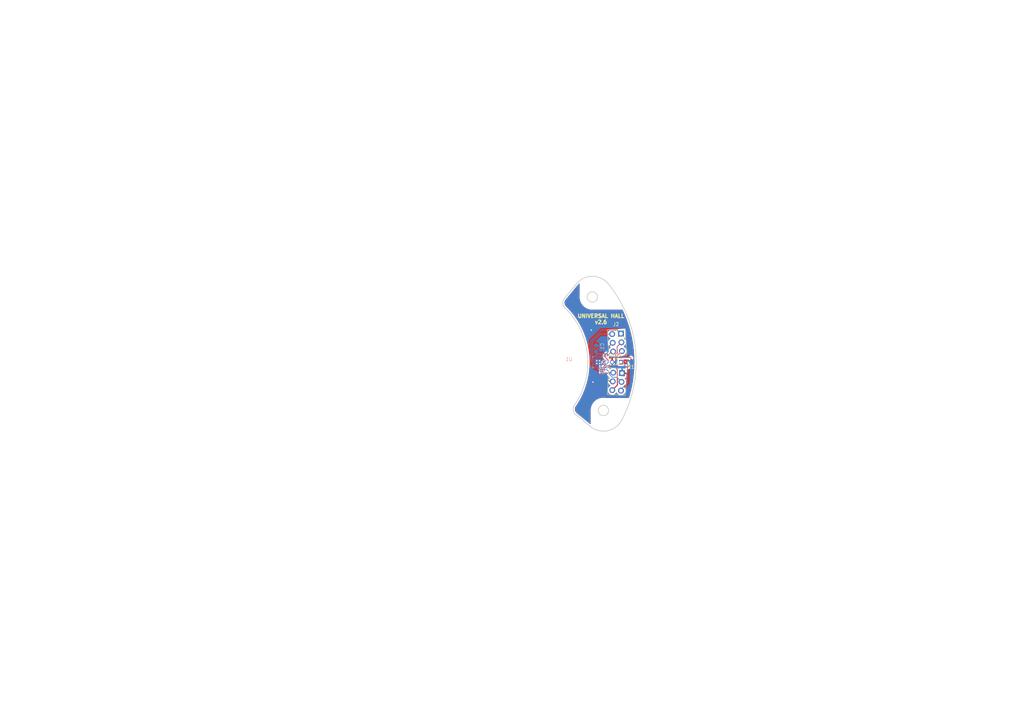
<source format=kicad_pcb>
(kicad_pcb (version 20210824) (generator pcbnew)
  (layers (0 "F.Cu" signal) (31 "B.Cu" signal) (34 "B.Paste" user) (35 "F.Paste" user) (36 "B.SilkS" user "B.Silkscreen") (37 "F.SilkS" user "F.Silkscreen") (38 "B.Mask" user) (39 "F.Mask" user) (44 "Edge.Cuts" user))
  (net 0 "")
  (net 1 "A")
  (net 2 "B")
  (net 3 "+3V3")
  (net 4 "VTEMP")
  (net 5 "Z")
  (net 6 "GND")
  (net 7 "MOSI")
  (net 8 "CS")
  (net 9 "MISO")
  (net 10 "MGL")
  (net 11 "SCLK")
  (net 12 "MGH")
  (footprint "Connector_PinSocket_2.54mm:PinSocket_2x03_P2.54mm_Vertical" (layer "F.Cu") (at 180.1 96.723428 3.17)
    (fp_text reference "J2" (at -1.27 -2.77 3.17) (layer "F.SilkS"))
    (fp_text value "Conn_02x03_Odd_Even_MountingPin")
    (fp_line (start 1.33 1.27) (end 1.33 6.41) (layer "F.SilkS") (width 0.12))
    (fp_line (start -3.87 6.41) (end 1.33 6.41) (layer "F.SilkS") (width 0.12))
    (fp_line (start 1.33 -1.33) (end 1.33 0) (layer "F.SilkS") (width 0.12))
    (fp_line (start -1.27 1.27) (end 1.33 1.27) (layer "F.SilkS") (width 0.12))
    (fp_line (start 0 -1.33) (end 1.33 -1.33) (layer "F.SilkS") (width 0.12))
    (fp_line (start -1.27 -1.33) (end -1.27 1.27) (layer "F.SilkS") (width 0.12))
    (fp_line (start -3.87 -1.33) (end -1.27 -1.33) (layer "F.SilkS") (width 0.12))
    (fp_line (start -3.87 -1.33) (end -3.87 6.41) (layer "F.SilkS") (width 0.12))
    (pad "1" thru_hole rect locked (at 0 0 3.17) (size 1.7 1.7) (drill 1) (layers *.Cu *.Mask) (net 10 "MGL"))
    (pad "2" thru_hole oval locked (at -2.54 0 3.17) (size 1.7 1.7) (drill 1) (layers *.Cu *.Mask) (net 11 "SCLK"))
    (pad "3" thru_hole oval locked (at 0 2.54 3.17) (size 1.7 1.7) (drill 1) (layers *.Cu *.Mask) (net 9 "MISO"))
    (pad "4" thru_hole oval locked (at -2.54 2.54 3.17) (size 1.7 1.7) (drill 1) (layers *.Cu *.Mask) (net 7 "MOSI"))
    (pad "5" thru_hole oval locked (at 0 5.08 3.17) (size 1.7 1.7) (drill 1) (layers *.Cu *.Mask) (net 8 "CS"))
    (pad "6" thru_hole oval locked (at -2.54 5.08 3.17) (size 1.7 1.7) (drill 1) (layers *.Cu *.Mask) (net 12 "MGH"))
  )
  (footprint "Connector_PinSocket_2.54mm:PinSocket_2x03_P2.54mm_Vertical" (layer "F.Cu") (at 180.4 108.2 -3.17)
    (fp_text reference "J1" (at -1.27 -2.77 -3.17) (layer "F.SilkS"))
    (fp_text value "Conn_02x03_Odd_Even_MountingPin")
    (fp_line (start -1.27 -1.33) (end -1.27 1.27) (layer "F.SilkS") (width 0.12))
    (fp_line (start 0 -1.33) (end 1.33 -1.33) (layer "F.SilkS") (width 0.12))
    (fp_line (start 1.33 -1.33) (end 1.33 0) (layer "F.SilkS") (width 0.12))
    (fp_line (start -1.27 1.27) (end 1.33 1.27) (layer "F.SilkS") (width 0.12))
    (fp_line (start 1.33 1.27) (end 1.33 6.41) (layer "F.SilkS") (width 0.12))
    (fp_line (start -3.87 -1.33) (end -1.27 -1.33) (layer "F.SilkS") (width 0.12))
    (fp_line (start -3.87 -1.33) (end -3.87 6.41) (layer "F.SilkS") (width 0.12))
    (fp_line (start -3.87 6.41) (end 1.33 6.41) (layer "F.SilkS") (width 0.12))
    (pad "1" thru_hole rect locked (at 0 0 356.83) (size 1.7 1.7) (drill 1) (layers *.Cu *.Mask) (net 6 "GND"))
    (pad "2" thru_hole oval locked (at -2.54 0 356.83) (size 1.7 1.7) (drill 1) (layers *.Cu *.Mask) (net 5 "Z"))
    (pad "3" thru_hole oval locked (at 0 2.54 356.83) (size 1.7 1.7) (drill 1) (layers *.Cu *.Mask) (net 2 "B"))
    (pad "4" thru_hole oval locked (at -2.54 2.54 356.83) (size 1.7 1.7) (drill 1) (layers *.Cu *.Mask) (net 1 "A"))
    (pad "5" thru_hole oval locked (at 0 5.08 356.83) (size 1.7 1.7) (drill 1) (layers *.Cu *.Mask) (net 4 "VTEMP"))
    (pad "6" thru_hole oval locked (at -2.54 5.08 356.83) (size 1.7 1.7) (drill 1) (layers *.Cu *.Mask) (net 3 "+3V3"))
  )
  (footprint "Resistor_SMD:R_0805_2012Metric_Pad1.20x1.40mm_HandSolder" (layer "F.Cu") (at 182.4 104.9 180)
    (fp_text reference "R1" (at -0.6 -1.5) (layer "F.SilkS"))
    (fp_text value "10k")
    (fp_line (start -0.227064 0.735) (end 0.227064 0.735) (layer "F.SilkS") (width 0.12))
    (fp_line (start -0.227064 -0.735) (end 0.227064 -0.735) (layer "F.SilkS") (width 0.12))
    (pad "1" smd roundrect locked (at -1 0 180) (size 1.2 1.4) (layers "F.Cu" "F.Paste" "F.Mask") (roundrect_rratio 0.2083333333) (net 3 "+3V3"))
    (pad "2" smd roundrect locked (at 1 0 180) (size 1.2 1.4) (layers "F.Cu" "F.Paste" "F.Mask") (roundrect_rratio 0.2083333333) (net 4 "VTEMP"))
  )
  (footprint "Capacitor_SMD:C_0603_1608Metric_Pad1.08x0.95mm_HandSolder" (layer "B.Cu") (at 172.8 101.0375 90)
    (fp_text reference "C1" (at 0.6 1.89 90) (layer "B.SilkS") (effects (justify mirror)))
    (fp_text value "1uF")
    (fp_line (start -0.146267 -0.51) (end 0.146267 -0.51) (layer "B.SilkS") (width 0.12))
    (fp_line (start -0.146267 0.51) (end 0.146267 0.51) (layer "B.SilkS") (width 0.12))
    (pad "1" smd roundrect locked (at -0.8625 0 90) (size 1.075 0.95) (layers "B.Cu" "B.Paste" "B.Mask") (net 3 "+3V3"))
    (pad "2" smd roundrect locked (at 0.8625 0 90) (size 1.075 0.95) (layers "B.Cu" "B.Paste" "B.Mask") (net 6 "GND"))
  )
  (footprint "Package_TO_SOT_THT:TO-92S-2" (layer "B.Cu") (at 180.1 105 180)
    (fp_text reference "TH1" (at 1.27 2.35) (layer "B.SilkS") (effects (justify mirror)))
    (fp_text value "Thermistor_PTC")
    (fp_line (start 3.2 -0.85) (end 3.35 0) (layer "B.SilkS") (width 0.12))
    (fp_line (start -0.65 -0.85) (end 3.2 -0.85) (layer "B.SilkS") (width 0.12))
    (fp_line (start 2.75 1.6) (end -0.2 1.6) (layer "B.SilkS") (width 0.12))
    (fp_line (start -0.7 0.3) (end -0.8 0) (layer "B.SilkS") (width 0.12))
    (fp_line (start -0.8 0) (end -0.65 -0.85) (layer "B.SilkS") (width 0.12))
    (fp_line (start -0.2 1.6) (end -0.45 0.95) (layer "B.SilkS") (width 0.12))
    (fp_line (start 3.35 0) (end 2.75 1.6) (layer "B.SilkS") (width 0.12))
    (pad "1" thru_hole rect locked (at 0 0 180) (size 1.05 1.3) (drill 0.75) (layers *.Cu *.Mask) (net 4 "VTEMP"))
    (pad "2" thru_hole oval locked (at 2.54 0 180) (size 1.05 1.3) (drill 0.75) (layers *.Cu *.Mask) (net 6 "GND"))
  )
  (footprint "Package_DFN_QFN:VQFN-16-1EP_3x3mm_P0.5mm_EP1.8x1.8mm" (layer "B.Cu") (at 173.52 104.99 180)
    (fp_text reference "U1" (at 8.52 0.79) (layer "B.SilkS") (effects (justify mirror)))
    (fp_text value "MA310")
    (fp_line (start -1.135 -1.61) (end -1.61 -1.61) (layer "B.SilkS") (width 0.12))
    (fp_line (start 1.61 -1.61) (end 1.61 -1.135) (layer "B.SilkS") (width 0.12))
    (fp_line (start -1.61 -1.61) (end -1.61 -1.135) (layer "B.SilkS") (width 0.12))
    (fp_line (start 1.61 1.61) (end 1.61 1.135) (layer "B.SilkS") (width 0.12))
    (fp_line (start 1.135 1.61) (end 1.61 1.61) (layer "B.SilkS") (width 0.12))
    (fp_line (start 1.135 -1.61) (end 1.61 -1.61) (layer "B.SilkS") (width 0.12))
    (fp_line (start -1.135 1.61) (end -1.61 1.61) (layer "B.SilkS") (width 0.12))
    (pad "1" smd roundrect locked (at -1.4875 0.75 180) (size 0.775 0.25) (layers "B.Cu" "B.Paste" "B.Mask"))
    (pad "2" smd roundrect locked (at -1.4875 0.25 180) (size 0.775 0.25) (layers "B.Cu" "B.Paste" "B.Mask") (net 1 "A"))
    (pad "3" smd roundrect locked (at -1.4875 -0.25 180) (size 0.775 0.25) (layers "B.Cu" "B.Paste" "B.Mask") (net 5 "Z"))
    (pad "4" smd roundrect locked (at -1.4875 -0.75 180) (size 0.775 0.25) (layers "B.Cu" "B.Paste" "B.Mask") (net 7 "MOSI"))
    (pad "5" smd roundrect locked (at -0.75 -1.4875 180) (size 0.25 0.775) (layers "B.Cu" "B.Paste" "B.Mask") (net 8 "CS"))
    (pad "6" smd roundrect locked (at -0.25 -1.4875 180) (size 0.25 0.775) (layers "B.Cu" "B.Paste" "B.Mask") (net 2 "B"))
    (pad "7" smd roundrect locked (at 0.25 -1.4875 180) (size 0.25 0.775) (layers "B.Cu" "B.Paste" "B.Mask") (net 9 "MISO"))
    (pad "8" smd roundrect locked (at 0.75 -1.4875 180) (size 0.25 0.775) (layers "B.Cu" "B.Paste" "B.Mask") (net 6 "GND"))
    (pad "9" smd roundrect locked (at 1.4875 -0.75 180) (size 0.775 0.25) (layers "B.Cu" "B.Paste" "B.Mask"))
    (pad "10" smd roundrect locked (at 1.4875 -0.25 180) (size 0.775 0.25) (layers "B.Cu" "B.Paste" "B.Mask"))
    (pad "11" smd roundrect locked (at 1.4875 0.25 180) (size 0.775 0.25) (layers "B.Cu" "B.Paste" "B.Mask") (net 10 "MGL"))
    (pad "12" smd roundrect locked (at 1.4875 0.75 180) (size 0.775 0.25) (layers "B.Cu" "B.Paste" "B.Mask") (net 11 "SCLK"))
    (pad "13" smd roundrect locked (at 0.75 1.4875 180) (size 0.25 0.775) (layers "B.Cu" "B.Paste" "B.Mask") (net 3 "+3V3"))
    (pad "14" smd roundrect locked (at 0.25 1.4875 180) (size 0.25 0.775) (layers "B.Cu" "B.Paste" "B.Mask"))
    (pad "15" smd roundrect locked (at -0.25 1.4875 180) (size 0.25 0.775) (layers "B.Cu" "B.Paste" "B.Mask"))
    (pad "16" smd roundrect locked (at -0.75 1.4875 180) (size 0.25 0.775) (layers "B.Cu" "B.Paste" "B.Mask") (net 12 "MGH"))
    (pad "17" smd rect locked (at 0 0 180) (size 1.8 1.8) (layers "B.Cu" "B.Mask") (net 6 "GND"))
  )
  (gr_arc (start 175.012876 119.037461) (end 171.201257 123.671203) (angle -101.536959) (layer "Edge.Cuts") (width 0.25))
  (gr_circle (center 171.807437 86.109174) (end 173.307437 86.109174) (layer "Edge.Cuts") (width 0.25) (fill none))
  (gr_arc (start 148.500653 104.99816) (end 180.315321 121.845321) (angle -66.92608193) (layer "Edge.Cuts") (width 0.25))
  (gr_arc (start 165.238678 87.798203) (end 163.694097 86.527663) (angle -85.21980815) (layer "Edge.Cuts") (width 0.25))
  (gr_arc (start 168.241689 118.647023) (end 166.596602 117.509618) (angle -85.21980815) (layer "Edge.Cuts") (width 0.25))
  (gr_arc (start 171.807437 86.109174) (end 176.468794 82.331376) (angle -101.536959) (layer "Edge.Cuts") (width 0.25))
  (gr_line (start 171.201257 123.671203) (end 166.971149 120.191604) (layer "Edge.Cuts") (width 0.25))
  (gr_circle (center 175.012876 119.037461) (end 176.512876 119.037461) (layer "Edge.Cuts") (width 0.25) (fill none))
  (gr_arc (start 148.500653 104.99816) (end 166.596602 117.509618) (angle -80.43961631) (layer "Edge.Cuts") (width 0.25))
  (gr_line (start 167.173696 82.297555) (end 163.694097 86.527663) (layer "Edge.Cuts") (width 0.25))
  (gr_text "UNIVERSAL HALL\nv2.6" (at 174.3 92.5) (layer "F.SilkS") (effects (font (size 1.1 1.1) (thickness 0.275))))
  (segment (start 174.8 105.489259) (end 174.3 105.989259) (width 0.2) (layer "F.Cu") (net 1))
  (segment (start 174.8 105.272821) (end 174.8 105.489259) (width 0.2) (layer "F.Cu") (net 1))
  (segment (start 174.3 105.989259) (end 174.3 108.1) (width 0.2) (layer "F.Cu") (net 1))
  (segment (start 176.795655 110.595655) (end 177.723428 110.595655) (width 0.2) (layer "F.Cu") (net 1))
  (segment (start 175.566412 104.506409) (end 174.8 105.272821) (width 0.2) (layer "F.Cu") (net 1))
  (segment (start 175.793591 104.506409) (end 175.566412 104.506409) (width 0.2) (layer "F.Cu") (net 1))
  (segment (start 174.3 108.1) (end 176.795655 110.595655) (width 0.2) (layer "F.Cu") (net 1))
  (via (at 175.793591 104.506409) (size 0.4) (drill 0.3) (layers "F.Cu" "B.Cu") (net 1))
  (segment (start 175.61048 104.68952) (end 175.05798 104.68952) (width 0.25) (layer "B.Cu") (net 1))
  (segment (start 175.793591 104.506409) (end 175.61048 104.68952) (width 0.25) (layer "B.Cu") (net 1))
  (segment (start 175.05798 104.68952) (end 175.0075 104.74) (width 0.25) (layer "B.Cu") (net 1))
  (segment (start 173.77 106.4775) (end 173.77 106.878706) (width 0.2) (layer "B.Cu") (net 2))
  (segment (start 176.714376 108.535685) (end 177.578691 109.4) (width 0.2) (layer "B.Cu") (net 2))
  (segment (start 177.578691 109.4) (end 178.923428 109.4) (width 0.2) (layer "B.Cu") (net 2))
  (segment (start 178.923428 109.4) (end 180.259541 110.736113) (width 0.2) (layer "B.Cu") (net 2))
  (segment (start 174.055814 107.16452) (end 175.96452 107.16452) (width 0.2) (layer "B.Cu") (net 2))
  (segment (start 175.96452 107.16452) (end 176.714376 107.914376) (width 0.2) (layer "B.Cu") (net 2))
  (segment (start 173.77 106.878706) (end 174.055814 107.16452) (width 0.2) (layer "B.Cu") (net 2))
  (segment (start 176.714376 107.914376) (end 176.714376 108.535685) (width 0.2) (layer "B.Cu") (net 2))
  (segment (start 179.6 106.4) (end 179.063398 106.936602) (width 0.3) (layer "F.Cu") (net 3))
  (segment (start 179.06003 108.559764) (end 179.06003 111.654707) (width 0.3) (layer "F.Cu") (net 3))
  (segment (start 182.2 106.4) (end 179.6 106.4) (width 0.3) (layer "F.Cu") (net 3))
  (segment (start 179.063398 108.556396) (end 179.06003 108.559764) (width 0.3) (layer "F.Cu") (net 3))
  (segment (start 179.063398 106.936602) (end 179.063398 108.556396) (width 0.3) (layer "F.Cu") (net 3))
  (segment (start 179.06003 111.654707) (end 177.582969 113.131768) (width 0.3) (layer "F.Cu") (net 3))
  (segment (start 183 105.6) (end 182.2 106.4) (width 0.3) (layer "F.Cu") (net 3))
  (segment (start 183 103.8) (end 183 105.6) (width 0.3) (layer "F.Cu") (net 3))
  (via (at 183 103.8) (size 0.4) (drill 0.3) (layers "F.Cu" "B.Cu") (net 3))
  (segment (start 173.100584 102.7) (end 172.77 103.030584) (width 0.3) (layer "B.Cu") (net 3))
  (segment (start 173.200584 102.6) (end 173.100584 102.7) (width 0.3) (layer "B.Cu") (net 3))
  (segment (start 173.100584 102.7) (end 173.100584 102.200584) (width 0.3) (layer "B.Cu") (net 3))
  (segment (start 177.077127 103.6) (end 176.077127 102.6) (width 0.3) (layer "B.Cu") (net 3))
  (segment (start 183 103.8) (end 182.8 103.6) (width 0.3) (layer "B.Cu") (net 3))
  (segment (start 173.100584 102.200584) (end 172.8 101.9) (width 0.3) (layer "B.Cu") (net 3))
  (segment (start 172.77 103.030584) (end 172.77 103.5025) (width 0.3) (layer "B.Cu") (net 3))
  (segment (start 176.077127 102.6) (end 173.200584 102.6) (width 0.3) (layer "B.Cu") (net 3))
  (segment (start 182.8 103.6) (end 177.077127 103.6) (width 0.3) (layer "B.Cu") (net 3))
  (segment (start 180.110523 104.889477) (end 180 105) (width 0.2) (layer "F.Cu") (net 4))
  (segment (start 181.40427 104.889477) (end 180.110523 104.889477) (width 0.2) (layer "F.Cu") (net 4))
  (via (at 181.40427 104.889477) (size 0.4) (drill 0.3) (layers "F.Cu" "B.Cu") (net 4))
  (segment (start 182 111) (end 180.119083 112.880917) (width 0.2) (layer "B.Cu") (net 4))
  (segment (start 180.119083 112.880917) (end 180.119083 113.272227) (width 0.2) (layer "B.Cu") (net 4))
  (segment (start 182 105.485207) (end 182 111) (width 0.2) (layer "B.Cu") (net 4))
  (segment (start 181.40427 104.889477) (end 182 105.485207) (width 0.2) (layer "B.Cu") (net 4))
  (segment (start 174.700489 106.734505) (end 175.536418 105.898576) (width 0.2) (layer "F.Cu") (net 5))
  (segment (start 174.700489 107.870925) (end 174.700489 106.734505) (width 0.2) (layer "F.Cu") (net 5))
  (segment (start 174.993095 108.163531) (end 174.700489 107.870925) (width 0.2) (layer "F.Cu") (net 5))
  (segment (start 177.759897 108.163531) (end 174.993095 108.163531) (width 0.2) (layer "F.Cu") (net 5))
  (segment (start 175.536418 105.898576) (end 175.536418 105.242819) (width 0.2) (layer "F.Cu") (net 5))
  (segment (start 177.863887 108.059541) (end 177.759897 108.163531) (width 0.2) (layer "F.Cu") (net 5))
  (via (at 175.536418 105.242819) (size 0.4) (drill 0.3) (layers "F.Cu" "B.Cu") (net 5))
  (segment (start 175.0075 105.24) (end 175.533599 105.24) (width 0.2) (layer "B.Cu") (net 5))
  (segment (start 175.533599 105.24) (end 175.536418 105.242819) (width 0.2) (layer "B.Cu") (net 5))
  (via (at 171.5 95.7) (size 0.8) (drill 0.4) (layers "F.Cu" "B.Cu") (net 6))
  (via (at 173.9 104.6) (size 0.8) (drill 0.4) (layers "F.Cu" "B.Cu") (net 6))
  (via (at 173.1 105.4) (size 0.8) (drill 0.4) (layers "F.Cu" "B.Cu") (net 6))
  (via (at 173.9 105.4) (size 0.8) (drill 0.4) (layers "F.Cu" "B.Cu") (net 6))
  (via (at 172 110.8) (size 0.8) (drill 0.4) (layers "F.Cu" "B.Cu") (net 6))
  (via (at 173.1 104.6) (size 0.8) (drill 0.4) (layers "F.Cu" "B.Cu") (net 6))
  (segment (start 172.77 105.74) (end 173.52 104.99) (width 0.2) (layer "B.Cu") (net 6))
  (segment (start 172.77 106.4775) (end 172.77 105.74) (width 0.2) (layer "B.Cu") (net 6))
  (segment (start 172.77 105.73) (end 173.5 105) (width 0.2) (layer "B.Cu") (net 6))
  (segment (start 176.5 101.893584) (end 176.5 100.604345) (width 0.2) (layer "F.Cu") (net 7))
  (segment (start 176.4 104.406416) (end 175.400489 103.406905) (width 0.2) (layer "F.Cu") (net 7))
  (segment (start 176.5 100.604345) (end 177.704345 99.4) (width 0.2) (layer "F.Cu") (net 7))
  (segment (start 175.400489 102.993095) (end 176.5 101.893584) (width 0.2) (layer "F.Cu") (net 7))
  (segment (start 176.4 104.8) (end 176.4 104.406416) (width 0.2) (layer "F.Cu") (net 7))
  (segment (start 175.400489 103.406905) (end 175.400489 102.993095) (width 0.2) (layer "F.Cu") (net 7))
  (via (at 176.4 104.8) (size 0.4) (drill 0.3) (layers "F.Cu" "B.Cu") (net 7))
  (segment (start 176.4 104.8) (end 176.4 105.085653) (width 0.2) (layer "B.Cu") (net 7))
  (segment (start 175.00983 105.74233) (end 175.0075 105.74) (width 0.2) (layer "B.Cu") (net 7))
  (segment (start 176.4 105.085653) (end 175.743323 105.74233) (width 0.2) (layer "B.Cu") (net 7))
  (segment (start 175.743323 105.74233) (end 175.00983 105.74233) (width 0.2) (layer "B.Cu") (net 7))
  (segment (start 178.9 103.276572) (end 180.380917 101.795655) (width 0.2) (layer "F.Cu") (net 8))
  (segment (start 176.10345 106.60295) (end 176.368472 106.60295) (width 0.2) (layer "F.Cu") (net 8))
  (segment (start 176.471902 106.49952) (end 178.065486 106.49952) (width 0.2) (layer "F.Cu") (net 8))
  (segment (start 178.065486 106.49952) (end 178.9 105.665006) (width 0.2) (layer "F.Cu") (net 8))
  (segment (start 178.9 105.665006) (end 178.9 103.276572) (width 0.2) (layer "F.Cu") (net 8))
  (segment (start 176.368472 106.60295) (end 176.471902 106.49952) (width 0.2) (layer "F.Cu") (net 8))
  (via (at 176.10345 106.60295) (size 0.4) (drill 0.3) (layers "F.Cu" "B.Cu") (net 8))
  (segment (start 176.10345 106.60295) (end 174.39545 106.60295) (width 0.2) (layer "B.Cu") (net 8))
  (segment (start 174.39545 106.60295) (end 174.27 106.4775) (width 0.2) (layer "B.Cu") (net 8))
  (segment (start 175.9 106.1) (end 177.9 106.1) (width 0.2) (layer "F.Cu") (net 9))
  (segment (start 178.5 102.906573) (end 179.017173 102.3894) (width 0.2) (layer "F.Cu") (net 9))
  (segment (start 175.2 107.66402) (end 175.2 106.8) (width 0.2) (layer "F.Cu") (net 9))
  (segment (start 178.5 105.5) (end 178.5 102.906573) (width 0.2) (layer "F.Cu") (net 9))
  (segment (start 177.9 106.1) (end 178.5 105.5) (width 0.2) (layer "F.Cu") (net 9))
  (segment (start 179.017173 100.482827) (end 180.240459 99.259541) (width 0.2) (layer "F.Cu") (net 9))
  (segment (start 179.017173 102.3894) (end 179.017173 100.482827) (width 0.2) (layer "F.Cu") (net 9))
  (segment (start 175.2 106.8) (end 175.9 106.1) (width 0.2) (layer "F.Cu") (net 9))
  (via (at 175.2 107.66402) (size 0.4) (drill 0.3) (layers "F.Cu" "B.Cu") (net 9))
  (segment (start 173.990308 107.66402) (end 173.27 106.943712) (width 0.2) (layer "B.Cu") (net 9))
  (segment (start 175.2 107.66402) (end 173.990308 107.66402) (width 0.2) (layer "B.Cu") (net 9))
  (segment (start 173.27 106.943712) (end 173.27 106.4775) (width 0.2) (layer "B.Cu") (net 9))
  (segment (start 174.485624 95.714376) (end 179.090948 95.714376) (width 0.2) (layer "B.Cu") (net 10))
  (segment (start 171.34548 98.85452) (end 174.485624 95.714376) (width 0.2) (layer "B.Cu") (net 10))
  (segment (start 171.631294 104.74) (end 171.34548 104.454186) (width 0.2) (layer "B.Cu") (net 10))
  (segment (start 172.0325 104.74) (end 171.631294 104.74) (width 0.2) (layer "B.Cu") (net 10))
  (segment (start 171.34548 104.454186) (end 171.34548 98.85452) (width 0.2) (layer "B.Cu") (net 10))
  (segment (start 179.090948 95.714376) (end 180.1 96.723428) (width 0.2) (layer "B.Cu") (net 10))
  (segment (start 174.042513 96.863887) (end 177.563887 96.863887) (width 0.2) (layer "B.Cu") (net 11))
  (segment (start 171.8 104.0075) (end 171.8 99.1064) (width 0.2) (layer "B.Cu") (net 11))
  (segment (start 172.0325 104.24) (end 171.8 104.0075) (width 0.2) (layer "B.Cu") (net 11))
  (segment (start 171.8 99.1064) (end 174.042513 96.863887) (width 0.2) (layer "B.Cu") (net 11))
  (segment (start 175.9 103.2) (end 176.1 103.2) (width 0.2) (layer "F.Cu") (net 12))
  (segment (start 177.363886 101.936114) (end 177.844804 101.936114) (width 0.2) (layer "F.Cu") (net 12))
  (segment (start 176.1 103.2) (end 177.363886 101.936114) (width 0.2) (layer "F.Cu") (net 12))
  (via (at 175.9 103.2) (size 0.4) (drill 0.3) (layers "F.Cu" "B.Cu") (net 12))
  (segment (start 175.9 103.2) (end 174.5725 103.2) (width 0.2) (layer "B.Cu") (net 12))
  (segment (start 174.5725 103.2) (end 174.27 103.5025) (width 0.2) (layer "B.Cu") (net 12))
  (zone (net 6) (net_name "GND") (layers F&B.Cu) (connect_pads (clearance 0.508)) (min_thickness 0.254) (fill yes (thermal_gap 0.508) (thermal_bridge_width 0.508))
    (polygon (pts (xy 168.1 86) (xy 172 86) (xy 172 89.8) (xy 185 89.8) (xy 185 115.4) (xy 175 115.4) (xy 175 119) (xy 171.3 119) (xy 171.3 124) (xy 160 124) (xy 160 80.8) (xy 168.1 80.8)))
  )
)
</source>
